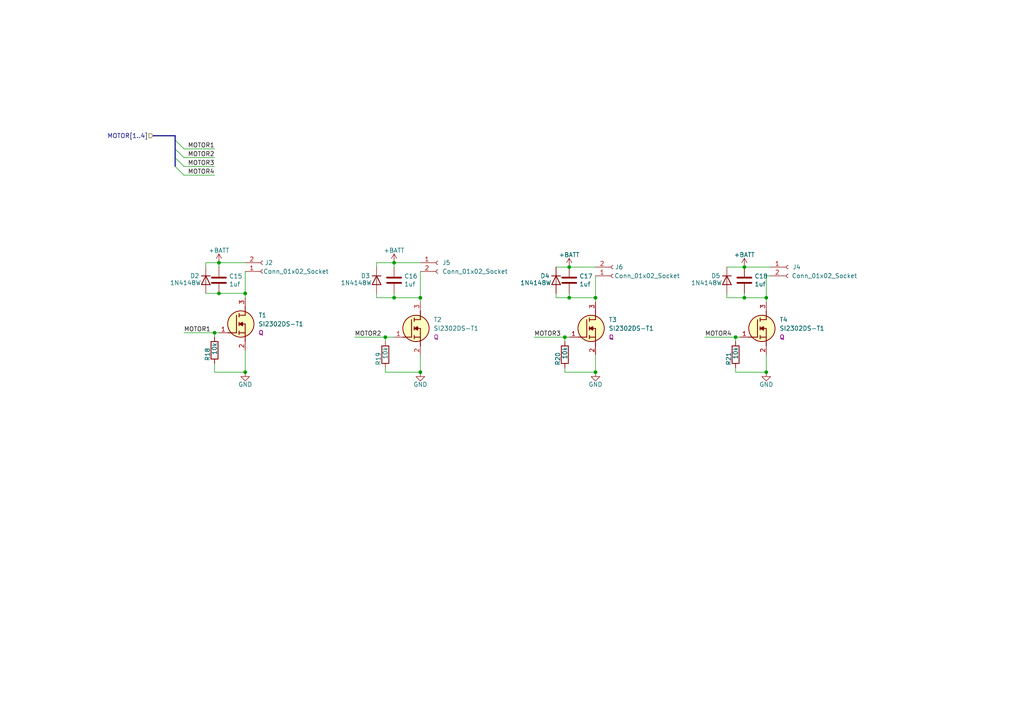
<source format=kicad_sch>
(kicad_sch (version 20250114) (generator "eeschema") (generator_version "9.0")
  (paper "A4")
  (title_block (title "ESP Drone") (date "2025-10-22") (rev "1.5.1"))
  (lib_symbols
    (symbol "+BATT_1" (power) (pin_numbers (hide yes)) (pin_names (offset 0) (hide yes))
      (property "Value" "+BATT" (at 0 3.556 0))
      (symbol "+BATT_1_0_1"
        (polyline (pts (xy -0.762 1.27) (xy 0 2.54)))
        (polyline (pts (xy 0 2.54) (xy 0.762 1.27)))
        (polyline (pts (xy 0 0) (xy 0 2.54)))
      )
      (symbol "+BATT_1_1_1"
        (pin power_in line (at 0 0 90) (length 0) (name "~") (number "1"))
      )
    )
    (symbol "1N4148W_1" (pin_numbers (hide yes)) (pin_names (hide yes))
      (property "Reference" "D" (at 0 2.54 0))
      (property "Value" "1N4148W" (at 0 -2.54 0))
      (symbol "1N4148W_1_0_1"
        (polyline (pts (xy -1.27 1.27) (xy -1.27 -1.27)) (stroke (width 0.254)))
        (polyline (pts (xy 1.27 1.27) (xy 1.27 -1.27) (xy -1.27 0) (xy 1.27 1.27)) (stroke (width 0.254)))
        (polyline (pts (xy 1.27 0) (xy -1.27 0)))
      )
      (symbol "1N4148W_1_1_1"
        (pin passive line (at -3.81 0 0) (length 2.54) (name "K") (number "1"))
        (pin passive line (at 3.81 0 180) (length 2.54) (name "A") (number "2"))
      )
    )
    (symbol "Connector:Conn_01x02_Socket" (pin_names (offset 1.016) (hide yes))
      (property "Reference" "J" (at 0 2.54 0))
      (property "Value" "Conn_01x02_Socket" (at 0 -5.08 0))
      (symbol "Conn_01x02_Socket_1_1"
        (polyline (pts (xy -1.27 0) (xy -0.508 0)) (stroke (width 0.1524)))
        (polyline (pts (xy -1.27 -2.54) (xy -0.508 -2.54)) (stroke (width 0.1524)))
        (arc (start 0 -0.508) (mid -0.5058 0) (end 0 0.508) (stroke (width 0.1524)))
        (arc (start 0 -3.048) (mid -0.5058 -2.54) (end 0 -2.032) (stroke (width 0.1524)))
        (pin passive line (at -5.08 0 0) (length 3.81) (name "Pin_1") (number "1"))
        (pin passive line (at -5.08 -2.54 0) (length 3.81) (name "Pin_2") (number "2"))
      )
    )
    (symbol "Device:C" (pin_numbers (hide yes)) (pin_names (offset 0.254))
      (property "Reference" "C" (at 0.635 2.54 0))
      (property "Value" "C" (at 0.635 -2.54 0))
      (symbol "C_0_1"
        (polyline (pts (xy -2.032 0.762) (xy 2.032 0.762)) (stroke (width 0.508)))
        (polyline (pts (xy -2.032 -0.762) (xy 2.032 -0.762)) (stroke (width 0.508)))
      )
      (symbol "C_1_1"
        (pin passive line (at 0 3.81 270) (length 2.794) (name "~") (number "1"))
        (pin passive line (at 0 -3.81 90) (length 2.794) (name "~") (number "2"))
      )
    )
    (symbol "Device:R" (pin_numbers (hide yes)) (pin_names (offset 0))
      (property "Reference" "R" (at 2.032 0 90))
      (property "Value" "R" (at 0 0 90))
      (symbol "R_0_1"
        (rectangle (start -1.016 -2.54) (end 1.016 2.54) (stroke (width 0.254)))
      )
      (symbol "R_1_1"
        (pin passive line (at 0 3.81 270) (length 1.27) (name "~") (number "1"))
        (pin passive line (at 0 -3.81 90) (length 1.27) (name "~") (number "2"))
      )
    )
    (symbol "Diode:1N4148W" (pin_numbers (hide yes)) (pin_names (hide yes))
      (property "Reference" "D" (at 0 2.54 0))
      (property "Value" "1N4148W" (at 0 -2.54 0))
      (symbol "1N4148W_0_1"
        (polyline (pts (xy -1.27 1.27) (xy -1.27 -1.27)) (stroke (width 0.254)))
        (polyline (pts (xy 1.27 1.27) (xy 1.27 -1.27) (xy -1.27 0) (xy 1.27 1.27)) (stroke (width 0.254)))
        (polyline (pts (xy 1.27 0) (xy -1.27 0)))
      )
      (symbol "1N4148W_1_1"
        (pin passive line (at -3.81 0 0) (length 2.54) (name "K") (number "1"))
        (pin passive line (at 3.81 0 180) (length 2.54) (name "A") (number "2"))
      )
    )
    (symbol "GND_1" (power) (pin_numbers (hide yes)) (pin_names (offset 0) (hide yes))
      (property "Value" "GND" (at 0 -3.81 0))
      (symbol "GND_1_0_1"
        (polyline (pts (xy 0 0) (xy 0 -1.27) (xy 1.27 -1.27) (xy 0 -2.54) (xy -1.27 -1.27) (xy 0 -1.27)))
      )
      (symbol "GND_1_1_1"
        (pin power_in line (at 0 0 270) (length 0) (name "~") (number "1"))
      )
    )
    (symbol "loc_Transistors:SI2302DS-T1" (pin_names (hide yes))
      (property "Reference" "T" (at 11.684 5.0801 0))
      (property "Value" "SI2302DS-T1" (at 11.684 2.5401 0))
      (property "Reference_1" "Q" (at 11.684 0.0001 0))
      (symbol "SI2302DS-T1_1_1"
        (polyline (pts (xy 2.54 0) (xy 5.08 0)) (stroke (width 0.254)))
        (polyline (pts (xy 5.08 5.08) (xy 5.08 0)) (stroke (width 0.254)))
        (polyline (pts (xy 5.842 5.588) (xy 5.842 4.572)) (stroke (width 0.254)))
        (polyline (pts (xy 5.842 2.54) (xy 6.858 3.048) (xy 6.858 2.032) (xy 5.842 2.54)) (stroke (width 0.254)) (fill (type outline)))
        (polyline (pts (xy 5.842 2.032) (xy 5.842 3.048)) (stroke (width 0.254)))
        (polyline (pts (xy 5.842 0) (xy 7.62 0)) (stroke (width 0.254)))
        (polyline (pts (xy 5.842 -0.508) (xy 5.842 0.508)) (stroke (width 0.254)))
        (circle (center 6.35 2.54) (radius 3.81) (stroke (width 0.254)) (fill (type background)))
        (polyline (pts (xy 7.62 5.08) (xy 5.842 5.08)) (stroke (width 0.254)))
        (polyline (pts (xy 7.62 5.08) (xy 7.62 7.62)) (stroke (width 0.254)))
        (polyline (pts (xy 7.62 2.54) (xy 5.842 2.54)) (stroke (width 0.254)))
        (polyline (pts (xy 7.62 2.54) (xy 7.62 -2.54)) (stroke (width 0.254)))
        (pin passive line (at 0 0 0) (length 2.54) (name "G") (number "1"))
        (pin passive line (at 7.62 10.16 270) (length 2.54) (name "D") (number "3"))
        (pin passive line (at 7.62 -5.08 90) (length 2.54) (name "S") (number "2"))
      )
    )
  )
  (junction (at 121.92 107.95))
  (junction (at 165.1 77.47))
  (junction (at 172.72 107.95))
  (junction (at 222.25 107.95))
  (junction (at 71.12 107.95))
  (junction (at 114.3 76.2))
  (junction (at 213.36 97.79))
  (junction (at 215.9 77.47))
  (junction (at 63.5 76.2))
  (junction (at 111.76 97.79))
  (junction (at 71.12 85.09))
  (junction (at 172.72 86.36))
  (junction (at 215.9 86.36))
  (junction (at 165.1 86.36))
  (junction (at 121.92 86.36))
  (junction (at 222.25 86.36))
  (junction (at 62.23 96.52))
  (junction (at 163.83 97.79))
  (junction (at 63.5 85.09))
  (junction (at 114.3 86.36))
  (bus_entry (at 50.8 43.18) (size 2.54 2.54))
  (bus_entry (at 50.8 45.72) (size 2.54 2.54))
  (bus_entry (at 50.8 40.64) (size 2.54 2.54))
  (bus_entry (at 50.8 48.26) (size 2.54 2.54))
  (wire (pts (xy 172.72 107.95) (xy 172.72 102.87)))
  (wire (pts (xy 165.1 77.47) (xy 172.72 77.47)))
  (wire (pts (xy 59.69 76.2) (xy 63.5 76.2)))
  (wire (pts (xy 121.92 76.2) (xy 114.3 76.2)))
  (wire (pts (xy 53.34 96.52) (xy 62.23 96.52)))
  (wire (pts (xy 71.12 85.09) (xy 63.5 85.09)))
  (wire (pts (xy 109.22 86.36) (xy 109.22 85.09)))
  (wire (pts (xy 213.36 107.95) (xy 222.25 107.95)))
  (wire (pts (xy 63.5 85.09) (xy 59.69 85.09)))
  (wire (pts (xy 63.5 76.2) (xy 63.5 77.47)))
  (wire (pts (xy 111.76 107.95) (xy 111.76 106.68)))
  (wire (pts (xy 215.9 77.47) (xy 223.52 77.47)))
  (wire (pts (xy 62.23 107.95) (xy 62.23 105.41)))
  (wire (pts (xy 71.12 85.09) (xy 71.12 86.36)))
  (wire (pts (xy 111.76 107.95) (xy 121.92 107.95)))
  (wire (pts (xy 62.23 96.52) (xy 62.23 97.79)))
  (wire (pts (xy 222.25 80.01) (xy 223.52 80.01)))
  (wire (pts (xy 53.34 50.8) (xy 62.23 50.8)))
  (wire (pts (xy 165.1 85.09) (xy 165.1 86.36)))
  (wire (pts (xy 114.3 76.2) (xy 114.3 77.47)))
  (wire (pts (xy 121.92 86.36) (xy 121.92 87.63)))
  (wire (pts (xy 114.3 97.79) (xy 111.76 97.79)))
  (wire (pts (xy 114.3 76.2) (xy 109.22 76.2)))
  (wire (pts (xy 111.76 97.79) (xy 111.76 99.06)))
  (wire (pts (xy 204.47 97.79) (xy 213.36 97.79)))
  (bus (pts (xy 50.8 39.37) (xy 50.8 40.64)))
  (wire (pts (xy 215.9 85.09) (xy 215.9 86.36)))
  (wire (pts (xy 121.92 86.36) (xy 114.3 86.36)))
  (wire (pts (xy 163.83 107.95) (xy 172.72 107.95)))
  (wire (pts (xy 154.94 97.79) (xy 163.83 97.79)))
  (wire (pts (xy 210.82 86.36) (xy 210.82 85.09)))
  (wire (pts (xy 121.92 107.95) (xy 121.92 102.87)))
  (wire (pts (xy 222.25 86.36) (xy 215.9 86.36)))
  (wire (pts (xy 63.5 76.2) (xy 71.12 76.2)))
  (wire (pts (xy 222.25 86.36) (xy 222.25 87.63)))
  (wire (pts (xy 109.22 76.2) (xy 109.22 77.47)))
  (wire (pts (xy 53.34 43.18) (xy 62.23 43.18)))
  (wire (pts (xy 59.69 76.2) (xy 59.69 77.47)))
  (bus (pts (xy 44.45 39.37) (xy 50.8 39.37)))
  (wire (pts (xy 214.63 97.79) (xy 213.36 97.79)))
  (wire (pts (xy 172.72 86.36) (xy 172.72 87.63)))
  (bus (pts (xy 50.8 45.72) (xy 50.8 48.26)))
  (bus (pts (xy 50.8 40.64) (xy 50.8 43.18)))
  (bus (pts (xy 50.8 43.18) (xy 50.8 45.72)))
  (wire (pts (xy 215.9 86.36) (xy 210.82 86.36)))
  (wire (pts (xy 213.36 99.06) (xy 213.36 97.79)))
  (wire (pts (xy 213.36 107.95) (xy 213.36 106.68)))
  (wire (pts (xy 163.83 107.95) (xy 163.83 106.68)))
  (wire (pts (xy 102.87 97.79) (xy 111.76 97.79)))
  (wire (pts (xy 53.34 48.26) (xy 62.23 48.26)))
  (wire (pts (xy 222.25 107.95) (xy 222.25 102.87)))
  (wire (pts (xy 172.72 86.36) (xy 165.1 86.36)))
  (wire (pts (xy 172.72 80.01) (xy 172.72 86.36)))
  (wire (pts (xy 161.29 77.47) (xy 165.1 77.47)))
  (wire (pts (xy 161.29 86.36) (xy 161.29 85.09)))
  (wire (pts (xy 114.3 85.09) (xy 114.3 86.36)))
  (wire (pts (xy 165.1 97.79) (xy 163.83 97.79)))
  (wire (pts (xy 53.34 45.72) (xy 62.23 45.72)))
  (wire (pts (xy 62.23 107.95) (xy 71.12 107.95)))
  (wire (pts (xy 114.3 86.36) (xy 109.22 86.36)))
  (wire (pts (xy 163.83 97.79) (xy 163.83 99.06)))
  (wire (pts (xy 63.5 96.52) (xy 62.23 96.52)))
  (wire (pts (xy 210.82 77.47) (xy 215.9 77.47)))
  (wire (pts (xy 222.25 80.01) (xy 222.25 86.36)))
  (wire (pts (xy 71.12 78.74) (xy 71.12 85.09)))
  (wire (pts (xy 121.92 78.74) (xy 121.92 86.36)))
  (wire (pts (xy 165.1 86.36) (xy 161.29 86.36)))
  (wire (pts (xy 71.12 107.95) (xy 71.12 101.6)))
  (label "MOTOR3" (at 62.23 48.26 180))
  (label "MOTOR2" (at 102.87 97.79 0))
  (label "MOTOR4" (at 204.47 97.79 0))
  (label "MOTOR4" (at 62.23 50.8 180))
  (label "MOTOR1" (at 53.34 96.52 0))
  (label "MOTOR1" (at 62.23 43.18 180))
  (label "MOTOR3" (at 154.94 97.79 0))
  (label "MOTOR2" (at 62.23 45.72 180))
  (hierarchical_label "MOTOR[1..4]" (shape input) (at 44.45 39.37 180))
  (symbol (lib_id "loc_Transistors:SI2302DS-T1") (at 165.1 97.79 0) (unit 1)
    (property "Reference" "T3" (at 176.53 92.7099 0) (effects (justify left)))
    (property "Value" "SI2302DS-T1" (at 176.53 95.2499 0) (effects (justify left)))
    (property "Footprint" "loc_footprints:SOT95P237X112-3N" (effects (hide yes)))
    (property "Reference_1" "Q" (at 176.53 97.7899 0) (effects (justify left)))
    (property "Value_1" "SI2302DS-T1" (effects (hide yes)))
    (property "Footprint_1" "SOT95P237X112-3N" (effects (hide yes)))
    (property "Datasheet_1" "https://4donline.ihs.com/images/VipMasterIC/IC/SILX/SILXS08192/SILXS08192-1.pdf?hkey=EF798316E3902B6ED9A73243A3159BB0" (effects (hide yes)))
    (property "Height" "1.12" (effects (hide yes)))
    (property "Mouser Part Number" "781-SI2302DS" (effects (hide yes)))
    (property "Mouser Price/Stock" "https://www.mouser.co.uk/ProductDetail/Vishay-Siliconix/SI2302DS-T1?qs=Vtbibb3IBkf5ybaLingfiw%3D%3D" (effects (hide yes)))
    (property "Manufacturer_Name" "Vishay" (effects (hide yes)))
    (property "Manufacturer_Part_Number" "SI2302DS-T1" (effects (hide yes)))
  )
  (symbol (lib_id "loc_Transistors:SI2302DS-T1") (at 63.5 96.52 0) (unit 1)
    (property "Reference" "T1" (at 74.93 91.4399 0) (effects (justify left)))
    (property "Value" "SI2302DS-T1" (at 74.93 93.9799 0) (effects (justify left)))
    (property "Footprint" "loc_footprints:SOT95P237X112-3N" (effects (hide yes)))
    (property "Reference_1" "Q" (at 74.93 96.5199 0) (effects (justify left)))
    (property "Value_1" "SI2302DS-T1" (effects (hide yes)))
    (property "Footprint_1" "SOT95P237X112-3N" (effects (hide yes)))
    (property "Datasheet_1" "https://4donline.ihs.com/images/VipMasterIC/IC/SILX/SILXS08192/SILXS08192-1.pdf?hkey=EF798316E3902B6ED9A73243A3159BB0" (effects (hide yes)))
    (property "Height" "1.12" (effects (hide yes)))
    (property "Mouser Part Number" "781-SI2302DS" (effects (hide yes)))
    (property "Mouser Price/Stock" "https://www.mouser.co.uk/ProductDetail/Vishay-Siliconix/SI2302DS-T1?qs=Vtbibb3IBkf5ybaLingfiw%3D%3D" (effects (hide yes)))
    (property "Manufacturer_Name" "Vishay" (effects (hide yes)))
    (property "Manufacturer_Part_Number" "SI2302DS-T1" (effects (hide yes)))
  )
  (symbol (lib_name "GND_1") (lib_id "power:GND") (at 172.72 107.95 0) (unit 1)
    (property "Reference" "#PWR049" (effects (hide yes)))
    (property "Value" "GND" (at 172.72 111.506 0))
    (property "Description" "Power symbol creates a global label with name \"GND\" , ground" (effects (hide yes)))
  )
  (symbol (lib_name "+BATT_1") (lib_id "power:+BATT") (at 165.1 77.47 0) (mirror y) (unit 1)
    (property "Reference" "#PWR066" (effects (hide yes)))
    (property "Value" "+BATT" (at 165.1 73.914 0))
    (property "Description" "Power symbol creates a global label with name \"+BATT\"" (effects (hide yes)))
  )
  (symbol (lib_id "loc_Transistors:SI2302DS-T1") (at 114.3 97.79 0) (unit 1)
    (property "Reference" "T2" (at 125.73 92.7099 0) (effects (justify left)))
    (property "Value" "SI2302DS-T1" (at 125.73 95.2499 0) (effects (justify left)))
    (property "Footprint" "loc_footprints:SOT95P237X112-3N" (effects (hide yes)))
    (property "Reference_1" "Q" (at 125.73 97.7899 0) (effects (justify left)))
    (property "Value_1" "SI2302DS-T1" (effects (hide yes)))
    (property "Footprint_1" "SOT95P237X112-3N" (effects (hide yes)))
    (property "Datasheet_1" "https://4donline.ihs.com/images/VipMasterIC/IC/SILX/SILXS08192/SILXS08192-1.pdf?hkey=EF798316E3902B6ED9A73243A3159BB0" (effects (hide yes)))
    (property "Height" "1.12" (effects (hide yes)))
    (property "Mouser Part Number" "781-SI2302DS" (effects (hide yes)))
    (property "Mouser Price/Stock" "https://www.mouser.co.uk/ProductDetail/Vishay-Siliconix/SI2302DS-T1?qs=Vtbibb3IBkf5ybaLingfiw%3D%3D" (effects (hide yes)))
    (property "Manufacturer_Name" "Vishay" (effects (hide yes)))
    (property "Manufacturer_Part_Number" "SI2302DS-T1" (effects (hide yes)))
  )
  (symbol (lib_id "Device:R") (at 163.83 102.87 180) (unit 1)
    (property "Reference" "R20" (at 161.798 102.108 90) (effects (justify left)))
    (property "Value" "10k" (at 163.83 100.584 90) (effects (justify left)))
    (property "Footprint" "Resistor_SMD:R_0603_1608Metric" (effects (hide yes)))
  )
  (symbol (lib_id "loc_Transistors:SI2302DS-T1") (at 214.63 97.79 0) (unit 1)
    (property "Reference" "T4" (at 226.06 92.7099 0) (effects (justify left)))
    (property "Value" "SI2302DS-T1" (at 226.06 95.2499 0) (effects (justify left)))
    (property "Footprint" "loc_footprints:SOT95P237X112-3N" (effects (hide yes)))
    (property "Reference_1" "Q" (at 226.06 97.7899 0) (effects (justify left)))
    (property "Value_1" "SI2302DS-T1" (effects (hide yes)))
    (property "Footprint_1" "SOT95P237X112-3N" (effects (hide yes)))
    (property "Datasheet_1" "https://4donline.ihs.com/images/VipMasterIC/IC/SILX/SILXS08192/SILXS08192-1.pdf?hkey=EF798316E3902B6ED9A73243A3159BB0" (effects (hide yes)))
    (property "Height" "1.12" (effects (hide yes)))
    (property "Mouser Part Number" "781-SI2302DS" (effects (hide yes)))
    (property "Mouser Price/Stock" "https://www.mouser.co.uk/ProductDetail/Vishay-Siliconix/SI2302DS-T1?qs=Vtbibb3IBkf5ybaLingfiw%3D%3D" (effects (hide yes)))
    (property "Manufacturer_Name" "Vishay" (effects (hide yes)))
    (property "Manufacturer_Part_Number" "SI2302DS-T1" (effects (hide yes)))
  )
  (symbol (lib_id "Device:R") (at 62.23 101.6 180) (unit 1)
    (property "Reference" "R18" (at 60.198 100.838 90) (effects (justify left)))
    (property "Value" "10k" (at 62.23 99.314 90) (effects (justify left)))
    (property "Footprint" "Resistor_SMD:R_0603_1608Metric" (effects (hide yes)))
  )
  (symbol (lib_id "Connector:Conn_01x02_Socket") (at 76.2 78.74 0) (mirror x) (unit 1)
    (property "Reference" "J2" (at 77.978 76.2 0))
    (property "Value" "Conn_01x02_Socket" (at 85.852 78.74 0))
    (property "Footprint" "Connector_JST:JST_GH_SM02B-GHS-TB_1x02-1MP_P1.25mm_Horizontal" (effects (hide yes)))
    (property "Description" "Generic connector, single row, 01x02, script generated" (effects (hide yes)))
    (property "Manufacturer_Name" "JST" (effects (hide yes)))
  )
  (symbol (lib_id "Diode:1N4148W") (at 109.22 81.28 270) (unit 1)
    (property "Reference" "D3" (at 104.648 80.01 90) (effects (justify left)))
    (property "Value" "1N4148W" (at 98.806 82.042 90) (effects (justify left)))
    (property "Footprint" "Diode_SMD:D_SOD-123" (effects (hide yes)))
    (property "Datasheet" "https://www.vishay.com/docs/85748/1n4148w.pdf" (effects (hide yes)))
    (property "Description" "75V 0.15A Fast Switching Diode, SOD-123" (effects (hide yes)))
    (property "Sim.Device" "D" (effects (hide yes)))
    (property "Sim.Pins" "1=K 2=A" (effects (hide yes)))
    (property "Manufacturer_Name" "R+O" (effects (hide yes)))
  )
  (symbol (lib_name "GND_1") (lib_id "power:GND") (at 222.25 107.95 0) (unit 1)
    (property "Reference" "#PWR050" (effects (hide yes)))
    (property "Value" "GND" (at 222.25 111.506 0))
    (property "Description" "Power symbol creates a global label with name \"GND\" , ground" (effects (hide yes)))
  )
  (symbol (lib_id "Device:C") (at 215.9 81.28 0) (unit 1)
    (property "Reference" "C18" (at 218.821 80.1116 0) (effects (justify left)))
    (property "Value" "1uf" (at 218.821 82.423 0) (effects (justify left)))
    (property "Footprint" "Capacitor_SMD:C_0603_1608Metric" (effects (hide yes)))
  )
  (symbol (lib_name "1N4148W_1") (lib_id "Diode:1N4148W") (at 59.69 81.28 270) (unit 1)
    (property "Reference" "D2" (at 55.118 80.01 90) (effects (justify left)))
    (property "Value" "1N4148W" (at 49.276 82.042 90) (effects (justify left)))
    (property "Footprint" "Diode_SMD:D_SOD-123" (effects (hide yes)))
    (property "Datasheet" "https://www.vishay.com/docs/85748/1n4148w.pdf" (effects (hide yes)))
    (property "Description" "75V 0.15A Fast Switching Diode, SOD-123" (effects (hide yes)))
    (property "Sim.Device" "D" (effects (hide yes)))
    (property "Sim.Pins" "1=K 2=A" (effects (hide yes)))
    (property "Manufacturer_Name" "R+O" (effects (hide yes)))
  )
  (symbol (lib_id "Device:C") (at 63.5 81.28 0) (unit 1)
    (property "Reference" "C15" (at 66.421 80.1116 0) (effects (justify left)))
    (property "Value" "1uf" (at 66.421 82.423 0) (effects (justify left)))
    (property "Footprint" "Capacitor_SMD:C_0603_1608Metric" (effects (hide yes)))
  )
  (symbol (lib_id "Connector:Conn_01x02_Socket") (at 228.6 77.47 0) (unit 1)
    (property "Reference" "J4" (at 229.87 77.47 0) (effects (justify left)))
    (property "Value" "Conn_01x02_Socket" (at 229.616 80.01 0) (effects (justify left)))
    (property "Footprint" "Connector_JST:JST_GH_SM02B-GHS-TB_1x02-1MP_P1.25mm_Horizontal" (effects (hide yes)))
    (property "Description" "Generic connector, single row, 01x02, script generated" (effects (hide yes)))
    (property "Manufacturer_Name" "JST" (effects (hide yes)))
  )
  (symbol (lib_name "+BATT_1") (lib_id "power:+BATT") (at 114.3 76.2 0) (mirror y) (unit 1)
    (property "Reference" "#PWR065" (effects (hide yes)))
    (property "Value" "+BATT" (at 114.3 72.644 0))
    (property "Description" "Power symbol creates a global label with name \"+BATT\"" (effects (hide yes)))
  )
  (symbol (lib_id "Diode:1N4148W") (at 161.29 81.28 270) (unit 1)
    (property "Reference" "D4" (at 156.718 80.01 90) (effects (justify left)))
    (property "Value" "1N4148W" (at 150.876 82.042 90) (effects (justify left)))
    (property "Footprint" "Diode_SMD:D_SOD-123" (effects (hide yes)))
    (property "Datasheet" "https://www.vishay.com/docs/85748/1n4148w.pdf" (effects (hide yes)))
    (property "Description" "75V 0.15A Fast Switching Diode, SOD-123" (effects (hide yes)))
    (property "Sim.Device" "D" (effects (hide yes)))
    (property "Sim.Pins" "1=K 2=A" (effects (hide yes)))
    (property "Manufacturer_Name" "R+O" (effects (hide yes)))
  )
  (symbol (lib_name "+BATT_1") (lib_id "power:+BATT") (at 63.5 76.2 0) (mirror y) (unit 1)
    (property "Reference" "#PWR036" (effects (hide yes)))
    (property "Value" "+BATT" (at 63.5 72.644 0))
    (property "Description" "Power symbol creates a global label with name \"+BATT\"" (effects (hide yes)))
  )
  (symbol (lib_id "Device:R") (at 111.76 102.87 180) (unit 1)
    (property "Reference" "R19" (at 109.728 102.108 90) (effects (justify left)))
    (property "Value" "10k" (at 111.76 100.584 90) (effects (justify left)))
    (property "Footprint" "Resistor_SMD:R_0603_1608Metric" (effects (hide yes)))
  )
  (symbol (lib_id "Connector:Conn_01x02_Socket") (at 127 76.2 0) (unit 1)
    (property "Reference" "J5" (at 128.27 76.1999 0) (effects (justify left)))
    (property "Value" "Conn_01x02_Socket" (at 128.27 78.7399 0) (effects (justify left)))
    (property "Footprint" "Connector_JST:JST_GH_SM02B-GHS-TB_1x02-1MP_P1.25mm_Horizontal" (effects (hide yes)))
    (property "Description" "Generic connector, single row, 01x02, script generated" (effects (hide yes)))
    (property "Manufacturer_Name" "JST" (effects (hide yes)))
  )
  (symbol (lib_id "Device:C") (at 165.1 81.28 0) (unit 1)
    (property "Reference" "C17" (at 168.021 80.1116 0) (effects (justify left)))
    (property "Value" "1uf" (at 168.021 82.423 0) (effects (justify left)))
    (property "Footprint" "Capacitor_SMD:C_0603_1608Metric" (effects (hide yes)))
  )
  (symbol (lib_name "GND_1") (lib_id "power:GND") (at 71.12 107.95 0) (unit 1)
    (property "Reference" "#PWR045" (effects (hide yes)))
    (property "Value" "GND" (at 71.12 111.506 0))
    (property "Description" "Power symbol creates a global label with name \"GND\" , ground" (effects (hide yes)))
  )
  (symbol (lib_id "Device:R") (at 213.36 102.87 180) (unit 1)
    (property "Reference" "R21" (at 211.328 102.108 90) (effects (justify left)))
    (property "Value" "10k" (at 213.36 100.584 90) (effects (justify left)))
    (property "Footprint" "Resistor_SMD:R_0603_1608Metric" (effects (hide yes)))
  )
  (symbol (lib_name "+BATT_1") (lib_id "power:+BATT") (at 215.9 77.47 0) (mirror y) (unit 1)
    (property "Reference" "#PWR067" (effects (hide yes)))
    (property "Value" "+BATT" (at 215.9 73.914 0))
    (property "Description" "Power symbol creates a global label with name \"+BATT\"" (effects (hide yes)))
  )
  (symbol (lib_id "Diode:1N4148W") (at 210.82 81.28 270) (unit 1)
    (property "Reference" "D5" (at 206.248 80.01 90) (effects (justify left)))
    (property "Value" "1N4148W" (at 200.406 82.042 90) (effects (justify left)))
    (property "Footprint" "Diode_SMD:D_SOD-123" (effects (hide yes)))
    (property "Datasheet" "https://www.vishay.com/docs/85748/1n4148w.pdf" (effects (hide yes)))
    (property "Description" "75V 0.15A Fast Switching Diode, SOD-123" (effects (hide yes)))
    (property "Sim.Device" "D" (effects (hide yes)))
    (property "Sim.Pins" "1=K 2=A" (effects (hide yes)))
    (property "Manufacturer_Name" "R+O" (effects (hide yes)))
  )
  (symbol (lib_id "Connector:Conn_01x02_Socket") (at 177.8 80.01 0) (mirror x) (unit 1)
    (property "Reference" "J6" (at 179.578 77.47 0))
    (property "Value" "Conn_01x02_Socket" (at 187.706 80.01 0))
    (property "Footprint" "Connector_JST:JST_GH_SM02B-GHS-TB_1x02-1MP_P1.25mm_Horizontal" (effects (hide yes)))
    (property "Description" "Generic connector, single row, 01x02, script generated" (effects (hide yes)))
    (property "Manufacturer_Name" "JST" (effects (hide yes)))
  )
  (symbol (lib_name "GND_1") (lib_id "power:GND") (at 121.92 107.95 0) (unit 1)
    (property "Reference" "#PWR048" (effects (hide yes)))
    (property "Value" "GND" (at 121.92 111.506 0))
    (property "Description" "Power symbol creates a global label with name \"GND\" , ground" (effects (hide yes)))
  )
  (symbol (lib_id "Device:C") (at 114.3 81.28 0) (unit 1)
    (property "Reference" "C16" (at 117.221 80.1116 0) (effects (justify left)))
    (property "Value" "1uf" (at 117.221 82.423 0) (effects (justify left)))
    (property "Footprint" "Capacitor_SMD:C_0603_1608Metric" (effects (hide yes)))
  )
)
</source>
